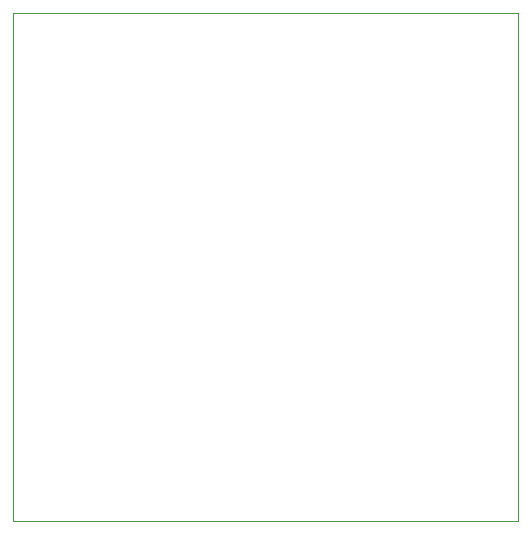
<source format=gko>
G04 ===== Begin FILE IDENTIFICATION =====*
G04 File Format:  Gerber RS274X*
G04 ===== End FILE IDENTIFICATION =====*
%FSLAX24Y24*%
%MOIN*%
%SFA1.0000B1.0000*%
%OFA0.0B0.0*%
%ADD14C,0.000025*%
%LNbound*%
%IPPOS*%
%LPD*%
G75*
D14*
G01X-11400Y7750D02*
G01X5400D01*
G01Y-9200D01*
G01X-11450D01*
G01Y7750D01*
G01X-11400D01*
M02*


</source>
